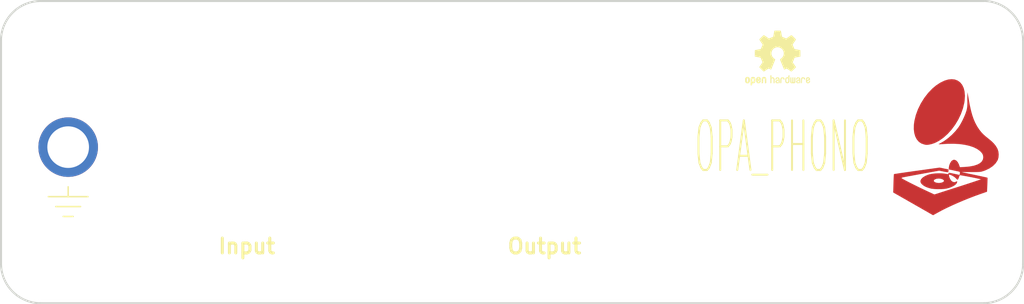
<source format=kicad_pcb>
(kicad_pcb (version 20211014) (generator pcbnew)
  (layers (0 "F.Cu" signal) (31 "B.Cu" signal) (34 "B.Paste" user) (35 "F.Paste" user) (36 "B.SilkS" user "B.Silkscreen") (37 "F.SilkS" user "F.Silkscreen") (38 "B.Mask" user) (39 "F.Mask" user) (44 "Edge.Cuts" user))
  (net 0 "")
  (footprint "" (layer "F.Cu") (at 103.672365 83.400535)
    (fp_text reference "" (at 0 0) (layer "F.SilkS") (effects (font (size 1.27 1.27))))
    (fp_text value "" (at 0 0) (layer "F.SilkS") (effects (font (size 1.27 1.27))))
    (pad "" np_thru_hole circle locked (at 0 0 180) (size 6 6) (drill 4.2) (layers F&B.Cu *.Mask))
  )
  (footprint "" (layer "F.Cu") (at 171.907465 93.450239)
    (fp_text reference "" (at 0 0) (layer "F.SilkS") (effects (font (size 1.27 1.27))))
    (fp_text value "" (at 0 0) (layer "F.SilkS") (effects (font (size 1.27 1.27))))
    (pad "" np_thru_hole oval locked (at 0 0 180) (size 10.45 4.16) (drill oval 10.45 4.16) (layers F&B.Cu *.Mask))
  )
  (footprint "LOGO" (layer "F.Cu") (at 192.172365 83.400535)
    (fp_text reference "G***" hide)
    (fp_text value "LOGO" hide)
    (fp_poly (pts (xy 0.865723 -6.826086) (xy 1.153071 -6.716385) (xy 1.399097 -6.53721) (xy 1.599178 -6.291405) (xy 1.748694 -5.981809) (xy 1.843026 -5.611267) (xy 1.87755 -5.182618) (xy 1.847648 -4.698706) (xy 1.815448 -4.483581) (xy 1.680237 -3.912165) (xy 1.478104 -3.345769) (xy 1.216626 -2.794988) (xy 0.903382 -2.270419) (xy 0.545951 -1.782659) (xy 0.15191 -1.342305) (xy -0.271162 -0.959952) (xy -0.715687 -0.646198) (xy -1.061394 -0.460982) (xy -1.261587 -0.379845) (xy -1.477508 -0.309901) (xy -1.663282 -0.265963) (xy -1.667503 -0.265267) (xy -1.826603 -0.24002) (xy -1.932184 -0.228142) (xy -2.017283 -0.229599) (xy -2.114937 -0.244358) (xy -2.219154 -0.264702) (xy -2.516197 -0.365036) (xy -2.768158 -0.536229) (xy -2.972669 -0.772674) (xy -3.127358 -1.068764) (xy -3.229856 -1.418893) (xy -3.277792 -1.817452) (xy -3.268798 -2.258836) (xy -3.220112 -2.632798) (xy -3.075881 -3.229641) (xy -2.856798 -3.825848) (xy -2.571604 -4.407054) (xy -2.229038 -4.958899) (xy -1.837843 -5.46702) (xy -1.406757 -5.917053) (xy -1.029138 -6.233031) (xy -0.604486 -6.513323) (xy -0.198053 -6.709933) (xy 0.18554 -6.825702) (xy 0.541672 -6.863472)) (layer "F.Cu") (width 0) (fill solid))
    (fp_poly (pts (xy 2.142495 -5.482225) (xy 2.166107 -5.356142) (xy 2.199373 -5.173153) (xy 2.23962 -4.947948) (xy 2.278136 -4.729655) (xy 2.38638 -4.15762) (xy 2.49842 -3.660793) (xy 2.618262 -3.226794) (xy 2.749909 -2.843245) (xy 2.897366 -2.497768) (xy 3.064637 -2.177983) (xy 3.149626 -2.035635) (xy 3.336837 -1.753338) (xy 3.528691 -1.509737) (xy 3.744936 -1.283599) (xy 4.005319 -1.053693) (xy 4.227518 -0.876759) (xy 4.546614 -0.613903) (xy 4.796655 -0.368339) (xy 4.990299 -0.125834) (xy 5.140209 0.127846) (xy 5.163232 0.175172) (xy 5.250048 0.441489) (xy 5.282879 0.737912) (xy 5.261533 1.033092) (xy 5.185819 1.295678) (xy 5.170298 1.329223) (xy 4.972747 1.635222) (xy 4.698441 1.90935) (xy 4.354035 2.146454) (xy 3.946185 2.341382) (xy 3.788104 2.399225) (xy 3.670359 2.438121) (xy 3.567371 2.467396) (xy 3.464226 2.488357) (xy 3.346009 2.502311) (xy 3.197808 2.510566) (xy 3.004709 2.514429) (xy 2.751797 2.515208) (xy 2.47431 2.514404) (xy 2.197641 2.513906) (xy 1.955935 2.514556) (xy 1.760944 2.516232) (xy 1.624422 2.518812) (xy 1.558122 2.522173) (xy 1.554655 2.524016) (xy 1.607165 2.536059) (xy 1.734367 2.563645) (xy 1.925218 2.604426) (xy 2.16867 2.656054) (xy 2.453677 2.716182) (xy 2.769193 2.78246) (xy 2.866151 2.802775) (xy 3.186971 2.870384) (xy 3.479069 2.932771) (xy 3.731697 2.987572) (xy 3.93411 3.032427) (xy 4.07556 3.064974) (xy 4.1453 3.082852) (xy 4.150669 3.085037) (xy 4.154498 3.13224) (xy 4.154224 3.251816) (xy 4.150154 3.428664) (xy 4.142596 3.647682) (xy 4.136091 3.802535) (xy 4.104699 4.503218) (xy 3.50847 4.709011) (xy 2.939037 4.913313) (xy 2.344985 5.140687) (xy 1.742434 5.384164) (xy 1.147501 5.636773) (xy 0.576306 5.891542) (xy 0.044968 6.141501) (xy -0.430396 6.37968) (xy -0.741695 6.547063) (xy -0.944266 6.659958) (xy -1.117069 6.755921) (xy -1.246983 6.827692) (xy -1.320881 6.86801) (xy -1.332902 6.874145) (xy -1.370294 6.852805) (xy -1.476702 6.791998) (xy -1.64511 6.695735) (xy -1.868502 6.568027) (xy -2.139862 6.412884) (xy -2.452174 6.234319) (xy -2.798421 6.036342) (xy -3.171588 5.822964) (xy -3.343651 5.724576) (xy -5.351613 4.576379) (xy -5.325282 3.660366) (xy -5.316469 3.386223) (xy -5.306867 3.142827) (xy -5.297143 2.943389) (xy -5.287965 2.801117) (xy -5.28 2.729221) (xy -5.27794 2.723342) (xy -5.231794 2.713447) (xy -5.106978 2.692782) (xy -4.911584 2.662539) (xy -4.653707 2.623913) (xy -4.34144 2.578098) (xy -3.982878 2.526286) (xy -3.586115 2.469672) (xy -3.159244 2.40945) (xy -2.967861 2.38266) (xy -0.678793 2.062988) (xy -0.229914 2.155724) (xy 0.218966 2.24846) (xy 0.218966 2.39423) (xy 0.216476 2.465414) (xy 0.199756 2.510649) (xy 0.154932 2.531473) (xy 0.068127 2.529425) (xy -0.074534 2.506046) (xy -0.286926 2.462873) (xy -0.326122 2.454687) (xy -0.717934 2.372827) (xy -2.231122 2.652167) (xy -2.604825 2.721161) (xy -2.969232 2.788453) (xy -3.310813 2.851544) (xy -3.616037 2.907933) (xy -3.871373 2.955121) (xy -4.063292 2.990609) (xy -4.150535 3.006757) (xy -4.34158 3.044761) (xy -4.456979 3.075336) (xy -4.507911 3.102594) (xy -4.505554 3.130644) (xy -4.50088 3.135575) (xy -4.434128 3.181195) (xy -4.298475 3.259182) (xy -4.104136 3.364331) (xy -3.861325 3.491435) (xy -3.580259 3.635286) (xy -3.271152 3.790677) (xy -2.944219 3.952402) (xy -2.609675 4.115253) (xy -2.277736 4.274023) (xy -2.14056 4.338705) (xy -1.20431 4.778098) (xy 1.14866 4.023082) (xy 1.582452 3.883483) (xy 1.989734 3.751629) (xy 2.363141 3.629957) (xy 2.695311 3.520905) (xy 2.978878 3.426911) (xy 3.20648 3.350412) (xy 3.370752 3.293844) (xy 3.46433 3.259646) (xy 3.483762 3.250199) (xy 3.433072 3.232483) (xy 3.311771 3.202439) (xy 3.134141 3.16285) (xy 2.914466 3.1165) (xy 2.667028 3.066171) (xy 2.406109 3.014648) (xy 2.145992 2.964713) (xy 1.90096 2.919151) (xy 1.685296 2.880744) (xy 1.513282 2.852275) (xy 1.399201 2.836529) (xy 1.357531 2.83584) (xy 1.328464 2.89498) (xy 1.287229 3.003168) (xy 1.273377 3.043621) (xy 1.214843 3.201039) (xy 1.16359 3.278912) (xy 1.107332 3.28307) (xy 1.033786 3.219342) (xy 0.996012 3.175223) (xy 0.851716 3.04145) (xy 0.654715 2.91298) (xy 0.438527 2.810494) (xy 0.361293 2.783583) (xy 0.28709 2.77423) (xy 0.264314 2.825543) (xy 0.26372 2.854549) (xy 0.29021 2.986644) (xy 0.356409 3.149434) (xy 0.445388 3.306802) (xy 0.521461 3.404384) (xy 0.672177 3.510705) (xy 0.83447 3.535725) (xy 0.971935 3.490466) (xy 1.056098 3.44634) (xy 1.08908 3.452817) (xy 1.094826 3.515469) (xy 1.094828 3.519068) (xy 1.053305 3.648462) (xy 0.936487 3.781275) (xy 0.755996 3.910136) (xy 0.523455 4.027674) (xy 0.250486 4.126518) (xy 0.057045 4.177214) (xy -0.203291 4.218075) (xy -0.517857 4.240646) (xy -0.855208 4.244824) (xy -1.183898 4.230508) (xy -1.472481 4.197596) (xy -1.554655 4.182408) (xy -1.858816 4.098968) (xy -2.124518 3.987158) (xy -2.342079 3.854211) (xy -2.501816 3.70736) (xy -2.594046 3.553836) (xy -2.609088 3.400873) (xy -2.608083 3.39555) (xy -2.597081 3.371098) (xy -1.257927 3.371098) (xy -1.247123 3.449156) (xy -1.176308 3.516957) (xy -1.05926 3.570337) (xy -0.909756 3.60513) (xy -0.741574 3.617173) (xy -0.568491 3.6023) (xy -0.404283 3.556347) (xy -0.363623 3.538249) (xy -0.256452 3.465632) (xy -0.234241 3.389689) (xy -0.284671 3.31262) (xy -0.420657 3.229593) (xy -0.606988 3.182875) (xy -0.813925 3.173303) (xy -1.011731 3.201718) (xy -1.170667 3.268956) (xy -1.194944 3.286949) (xy -1.257927 3.371098) (xy -2.597081 3.371098) (xy -2.531369 3.225048) (xy -2.376217 3.063986) (xy -2.151726 2.918824) (xy -1.866994 2.796022) (xy -1.68365 2.739164) (xy -1.429384 2.688631) (xy -1.120479 2.655522) (xy -0.788355 2.640989) (xy -0.464433 2.646181) (xy -0.180135 2.672252) (xy -0.120431 2.681897) (xy 0.049076 2.711008) (xy 0.150169 2.722508) (xy 0.200425 2.715434) (xy 0.217421 2.688823) (xy 0.218966 2.663287) (xy 0.220535 2.624486) (xy 0.234081 2.600281) (xy 0.272862 2.591339) (xy 0.350135 2.598328) (xy 0.479157 2.621916) (xy 0.673186 2.662771) (xy 0.81442 2.693276) (xy 1.012805 2.735934) (xy 1.177114 2.770823) (xy 1.29009 2.794308) (xy 1.334402 2.802759) (xy 1.347837 2.764335) (xy 1.363402 2.669721) (xy 1.366054 2.648149) (xy 1.369388 2.540165) (xy 1.337834 2.48886) (xy 1.294207 2.473011) (xy 1.216068 2.455881) (xy 1.073858 2.425339) (xy 0.889215 2.386014) (xy 0.722586 2.350728) (xy 0.240862 2.248974) (xy 0.253575 2.057417) (xy 0.297963 1.825463) (xy 0.390967 1.596399) (xy 0.516273 1.408441) (xy 0.542586 1.380329) (xy 0.685358 1.286806) (xy 0.8361 1.274176) (xy 0.985298 1.337509) (xy 1.123435 1.471878) (xy 1.240993 1.672352) (xy 1.276751 1.760598) (xy 1.37378 2.026709) (xy 1.888392 1.997626) (xy 2.373147 1.95099) (xy 2.787165 1.870537) (xy 3.128309 1.757383) (xy 3.39444 1.612648) (xy 3.58342 1.437448) (xy 3.693111 1.232903) (xy 3.722414 1.038694) (xy 3.704921 0.849154) (xy 3.643955 0.688073) (xy 3.526786 0.530363) (xy 3.401003 0.4053) (xy 3.117346 0.195761) (xy 2.759712 0.017911) (xy 2.33642 -0.126543) (xy 1.855785 -0.235893) (xy 1.326128 -0.308435) (xy 0.755764 -0.342461) (xy 0.153012 -0.336265) (xy -0.131829 -0.319513) (xy -0.357492 -0.303826) (xy -0.549937 -0.292321) (xy -0.693337 -0.285796) (xy -0.771865 -0.285054) (xy -0.781682 -0.286647) (xy -0.754411 -0.311834) (xy -0.6681 -0.363217) (xy -0.562717 -0.418761) (xy -0.18942 -0.638924) (xy 0.194232 -0.922873) (xy 0.568012 -1.25232) (xy 0.911694 -1.608979) (xy 1.205051 -1.974561) (xy 1.283055 -2.087516) (xy 1.455921 -2.372555) (xy 1.630481 -2.702503) (xy 1.792998 -3.048227) (xy 1.929735 -3.380595) (xy 2.023037 -3.656724) (xy 2.060366 -3.795641) (xy 2.087186 -3.925422) (xy 2.105105 -4.064635) (xy 2.115732 -4.231851) (xy 2.120674 -4.44564) (xy 2.121539 -4.724572) (xy 2.121356 -4.792226) (xy 2.121176 -5.040034) (xy 2.122265 -5.25121) (xy 2.124451 -5.412848) (xy 2.127563 -5.512041) (xy 2.131213 -5.536709)) (layer "F.Cu") (width 0) (fill solid))
  )
  (footprint "Symbol:OSHW-Logo2_7.3x6mm_SilkScreen" (layer "F.Cu") (at 175.172365 74.400535)
    (fp_text reference "REF**" hide)
    (fp_text value "OSHW-Logo2_7.3x6mm_SilkScreen" hide)
    (fp_poly (pts (xy 0.10391 -2.757652) (xy 0.182454 -2.757222) (xy 0.239298 -2.756058) (xy 0.278105 -2.753793) (xy 0.302538 -2.75006) (xy 0.316262 -2.744494) (xy 0.32294 -2.736727) (xy 0.326236 -2.726395) (xy 0.326556 -2.725057) (xy 0.331562 -2.700921) (xy 0.340829 -2.653299) (xy 0.353392 -2.587259) (xy 0.368287 -2.507872) (xy 0.384551 -2.420204) (xy 0.385119 -2.417125) (xy 0.40141 -2.331211) (xy 0.416652 -2.255304) (xy 0.429861 -2.193955) (xy 0.440054 -2.151718) (xy 0.446248 -2.133145) (xy 0.446543 -2.132816) (xy 0.464788 -2.123747) (xy 0.502405 -2.108633) (xy 0.551271 -2.090738) (xy 0.551543 -2.090642) (xy 0.613093 -2.067507) (xy 0.685657 -2.038035) (xy 0.754057 -2.008403) (xy 0.757294 -2.006938) (xy 0.868702 -1.956374) (xy 1.115399 -2.12484) (xy 1.191077 -2.176197) (xy 1.259631 -2.222111) (xy 1.317088 -2.25997) (xy 1.359476 -2.287163) (xy 1.382825 -2.301079) (xy 1.385042 -2.302111) (xy 1.40201 -2.297516) (xy 1.433701 -2.275345) (xy 1.481352 -2.234553) (xy 1.546198 -2.174095) (xy 1.612397 -2.109773) (xy 1.676214 -2.046388) (xy 1.733329 -1.988549) (xy 1.780305 -1.939825) (xy 1.813703 -1.90379) (xy 1.830085 -1.884016) (xy 1.830694 -1.882998) (xy 1.832505 -1.869428) (xy 1.825683 -1.847267) (xy 1.80854 -1.813522) (xy 1.779393 -1.7652) (xy 1.736555 -1.699308) (xy 1.679448 -1.614483) (xy 1.628766 -1.539823) (xy 1.583461 -1.47286) (xy 1.54615 -1.417484) (xy 1.519452 -1.37758) (xy 1.505985 -1.357038) (xy 1.505137 -1.355644) (xy 1.506781 -1.335962) (xy 1.519245 -1.297707) (xy 1.540048 -1.248111) (xy 1.547462 -1.232272) (xy 1.579814 -1.16171) (xy 1.614328 -1.081647) (xy 1.642365 -1.012371) (xy 1.662568 -0.960955) (xy 1.678615 -0.921881) (xy 1.687888 -0.901459) (xy 1.689041 -0.899886) (xy 1.706096 -0.897279) (xy 1.746298 -0.890137) (xy 1.804302 -0.879477) (xy 1.874763 -0.866315) (xy 1.952335 -0.851667) (xy 2.031672 -0.836551) (xy 2.107431 -0.821982) (xy 2.174264 -0.808978) (xy 2.226828 -0.798555) (xy 2.259776 -0.79173) (xy 2.267857 -0.789801) (xy 2.276205 -0.785038) (xy 2.282506 -0.774282) (xy 2.287045 -0.753902) (xy 2.290104 -0.720266) (xy 2.291967 -0.669745) (xy 2.292918 -0.598708) (xy 2.29324 -0.503524) (xy 2.293257 -0.464508) (xy 2.293257 -0.147201) (xy 2.217057 -0.132161) (xy 2.174663 -0.124005) (xy 2.1114 -0.112101) (xy 2.034962 -0.097884) (xy 1.953043 -0.08279) (xy 1.9304 -0.078645) (xy 1.854806 -0.063947) (xy 1.788953 -0.049495) (xy 1.738366 -0.036625) (xy 1.708574 -0.026678) (xy 1.703612 -0.023713) (xy 1.691426 -0.002717) (xy 1.673953 0.037967) (xy 1.654577 0.090322) (xy 1.650734 0.1016) (xy 1.625339 0.171523) (xy 1.593817 0.250418) (xy 1.562969 0.321266) (xy 1.562817 0.321595) (xy 1.511447 0.432733) (xy 1.680399 0.681253) (xy 1.849352 0.929772) (xy 1.632429 1.147058) (xy 1.566819 1.211726) (xy 1.506979 1.268733) (xy 1.456267 1.315033) (xy 1.418046 1.347584) (xy 1.395675 1.363343) (xy 1.392466 1.364343) (xy 1.373626 1.356469) (xy 1.33518 1.334578) (xy 1.28133 1.301267) (xy 1.216276 1.259131) (xy 1.14594 1.211943) (xy 1.074555 1.16381) (xy 1.010908 1.121928) (xy 0.959041 1.088871) (xy 0.922995 1.067218) (xy 0.906867 1.059543) (xy 0.887189 1.066037) (xy 0.849875 1.08315) (xy 0.802621 1.107326) (xy 0.797612 1.110013) (xy 0.733977 1.141927) (xy 0.690341 1.157579) (xy 0.663202 1.157745) (xy 0.649057 1.143204) (xy 0.648975 1.143) (xy 0.641905 1.125779) (xy 0.625042 1.084899) (xy 0.599695 1.023525) (xy 0.567171 0.944819) (xy 0.528778 0.851947) (xy 0.485822 0.748072) (xy 0.444222 0.647502) (xy 0.398504 0.536516) (xy 0.356526 0.433703) (xy 0.319548 0.342215) (xy 0.288827 0.265201) (xy 0.265622 0.205815) (xy 0.25119 0.167209) (xy 0.246743 0.1528) (xy 0.257896 0.136272) (xy 0.287069 0.10993) (xy 0.325971 0.080887) (xy 0.436757 -0.010961) (xy 0.523351 -0.116241) (xy 0.584716 -0.232734) (xy 0.619815 -0.358224) (xy 0.627608 -0.490493) (xy 0.621943 -0.551543) (xy 0.591078 -0.678205) (xy 0.53792 -0.790059) (xy 0.465767 -0.885999) (xy 0.377917 -0.964924) (xy 0.277665 -1.02573) (xy 0.16831 -1.067313) (xy 0.053147 -1.088572) (xy -0.064525 -1.088401) (xy -0.18141 -1.065699) (xy -0.294211 -1.019362) (xy -0.399631 -0.948287) (xy -0.443632 -0.908089) (xy -0.528021 -0.804871) (xy -0.586778 -0.692075) (xy -0.620296 -0.57299) (xy -0.628965 -0.450905) (xy -0.613177 -0.329107) (xy -0.573322 -0.210884) (xy -0.509793 -0.099525) (xy -0.422979 0.001684) (xy -0.325971 0.080887) (xy -0.285563 0.111162) (xy -0.257018 0.137219) (xy -0.246743 0.152825) (xy -0.252123 0.169843) (xy -0.267425 0.2105) (xy -0.291388 0.271642) (xy -0.322756 0.350119) (xy -0.360268 0.44278) (xy -0.402667 0.546472) (xy -0.444337 0.647526) (xy -0.49031 0.758607) (xy -0.532893 0.861541) (xy -0.570779 0.953165) (xy -0.60266 1.030316) (xy -0.627229 1.089831) (xy -0.64318 1.128544) (xy -0.64909 1.143) (xy -0.663052 1.157685) (xy -0.69006 1.157642) (xy -0.733587 1.142099) (xy -0.79711 1.110284) (xy -0.797612 1.110013) (xy -0.84544 1.085323) (xy -0.884103 1.067338) (xy -0.905905 1.059614) (xy -0.906867 1.059543) (xy -0.923279 1.067378) (xy -0.959513 1.089165) (xy -1.011526 1.122328) (xy -1.075275 1.164291) (xy -1.14594 1.211943) (xy -1.217884 1.260191) (xy -1.282726 1.302151) (xy -1.336265 1.335227) (xy -1.374303 1.356821) (xy -1.392467 1.364343) (xy -1.409192 1.354457) (xy -1.44282 1.326826) (xy -1.48999 1.284495) (xy -1.547342 1.230505) (xy -1.611516 1.167899) (xy -1.632503 1.146983) (xy -1.849501 0.929623) (xy -1.684332 0.68722) (xy -1.634136 0.612781) (xy -1.590081 0.545972) (xy -1.554638 0.490665) (xy -1.530281 0.450729) (xy -1.519478 0.430036) (xy -1.519162 0.428563) (xy -1.524857 0.409058) (xy -1.540174 0.369822) (xy -1.562463 0.31743) (xy -1.578107 0.282355) (xy -1.607359 0.215201) (xy -1.634906 0.147358) (xy -1.656263 0.090034) (xy -1.662065 0.072572) (xy -1.678548 0.025938) (xy -1.69466 -0.010095) (xy -1.70351 -0.023713) (xy -1.72304 -0.032048) (xy -1.765666 -0.043863) (xy -1.825855 -0.057819) (xy -1.898078 -0.072578) (xy -1.9304 -0.078645) (xy -2.012478 -0.093727) (xy -2.091205 -0.108331) (xy -2.158891 -0.12102) (xy -2.20784 -0.130358) (xy -2.217057 -0.132161) (xy -2.293257 -0.147201) (xy -2.293257 -0.464508) (xy -2.293086 -0.568846) (xy -2.292384 -0.647787) (xy -2.290866 -0.704962) (xy -2.288251 -0.744001) (xy -2.284254 -0.768535) (xy -2.278591 -0.782195) (xy -2.27098 -0.788611) (xy -2.267857 -0.789801) (xy -2.249022 -0.79402) (xy -2.207412 -0.802438) (xy -2.14837 -0.814039) (xy -2.077243 -0.827805) (xy -1.999375 -0.84272) (xy -1.920113 -0.857768) (xy -1.844802 -0.871931) (xy -1.778787 -0.884194) (xy -1.727413 -0.893539) (xy -1.696025 -0.89895) (xy -1.689041 -0.899886) (xy -1.682715 -0.912404) (xy -1.66871 -0.945754) (xy -1.649645 -0.993623) (xy -1.642366 -1.012371) (xy -1.613004 -1.084805) (xy -1.578429 -1.16483) (xy -1.547463 -1.232272) (xy -1.524677 -1.283841) (xy -1.509518 -1.326215) (xy -1.504458 -1.352166) (xy -1.505264 -1.355644) (xy -1.515959 -1.372064) (xy -1.54038 -1.408583) (xy -1.575905 -1.461313) (xy -1.619913 -1.526365) (xy -1.669783 -1.599849) (xy -1.679644 -1.614355) (xy -1.737508 -1.700296) (xy -1.780044 -1.765739) (xy -1.808946 -1.813696) (xy -1.82591 -1.84718) (xy -1.832633 -1.869205) (xy -1.83081 -1.882783) (xy -1.830764 -1.882869) (xy -1.816414 -1.900703) (xy -1.784677 -1.935183) (xy -1.73899 -1.982732) (xy -1.682796 -2.039778) (xy -1.619532 -2.102745) (xy -1.612398 -2.109773) (xy -1.53267 -2.18698) (xy -1.471143 -2.24367) (xy -1.426579 -2.28089) (xy -1.397743 -2.299685) (xy -1.385042 -2.302111) (xy -1.366506 -2.291529) (xy -1.328039 -2.267084) (xy -1.273614 -2.231388) (xy -1.207202 -2.187053) (xy -1.132775 -2.136689) (xy -1.115399 -2.12484) (xy -0.868703 -1.956374) (xy -0.757294 -2.006938) (xy -0.689543 -2.036405) (xy -0.616817 -2.066041) (xy -0.554297 -2.08967) (xy -0.551543 -2.090642) (xy -0.50264 -2.108543) (xy -0.464943 -2.12368) (xy -0.446575 -2.13279) (xy -0.446544 -2.132816) (xy -0.440715 -2.149283) (xy -0.430808 -2.189781) (xy -0.417805 -2.249758) (xy -0.402691 -2.32466) (xy -0.386448 -2.409936) (xy -0.385119 -2.417125) (xy -0.368825 -2.504986) (xy -0.353867 -2.58474) (xy -0.341209 -2.651319) (xy -0.331814 -2.699653) (xy -0.326646 -2.724675) (xy -0.326556 -2.725057) (xy -0.323411 -2.735701) (xy -0.317296 -2.743738) (xy -0.304547 -2.749533) (xy -0.2815 -2.753453) (xy -0.244491 -2.755865) (xy -0.189856 -2.757135) (xy -0.113933 -2.757629) (xy -0.013056 -2.757714) (xy 0 -2.757714) (xy 0.10391 -2.757652)) (layer "F.SilkS") (width 0.01) (fill solid))
    (fp_poly (pts (xy 3.153595 1.966966) (xy 3.211021 2.004497) (xy 3.238719 2.038096) (xy 3.260662 2.099064) (xy 3.262405 2.147308) (xy 3.258457 2.211816) (xy 3.109686 2.276934) (xy 3.037349 2.310202) (xy 2.990084 2.336964) (xy 2.965507 2.360144) (xy 2.961237 2.382667) (xy 2.974889 2.407455) (xy 2.989943 2.423886) (xy 3.033746 2.450235) (xy 3.081389 2.452081) (xy 3.125145 2.431546) (xy 3.157289 2.390752) (xy 3.163038 2.376347) (xy 3.190576 2.331356) (xy 3.222258 2.312182) (xy 3.265714 2.295779) (xy 3.265714 2.357966) (xy 3.261872 2.400283) (xy 3.246823 2.435969) (xy 3.21528 2.476943) (xy 3.210592 2.482267) (xy 3.175506 2.51872) (xy 3.145347 2.538283) (xy 3.107615 2.547283) (xy 3.076335 2.55023) (xy 3.020385 2.550965) (xy 2.980555 2.54166) (xy 2.955708 2.527846) (xy 2.916656 2.497467) (xy 2.889625 2.464613) (xy 2.872517 2.423294) (xy 2.863238 2.367521) (xy 2.859693 2.291305) (xy 2.85941 2.252622) (xy 2.860372 2.206247) (xy 2.948007 2.206247) (xy 2.949023 2.231126) (xy 2.951556 2.2352) (xy 2.968274 2.229665) (xy 3.004249 2.215017) (xy 3.052331 2.19419) (xy 3.062386 2.189714) (xy 3.123152 2.158814) (xy 3.156632 2.131657) (xy 3.16399 2.10622) (xy 3.146391 2.080481) (xy 3.131856 2.069109) (xy 3.07941 2.046364) (xy 3.030322 2.050122) (xy 2.989227 2.077884) (xy 2.960758 2.127152) (xy 2.951631 2.166257) (xy 2.948007 2.206247) (xy 2.860372 2.206247) (xy 2.861285 2.162249) (xy 2.868196 2.095384) (xy 2.881884 2.046695) (xy 2.904096 2.010849) (xy 2.936574 1.982513) (xy 2.950733 1.973355) (xy 3.015053 1.949507) (xy 3.085473 1.948006) (xy 3.153595 1.966966)) (layer "F.SilkS") (width 0.01) (fill solid))
    (fp_poly (pts (xy -1.831697 1.931239) (xy -1.774473 1.969735) (xy -1.730251 2.025335) (xy -1.703833 2.096086) (xy -1.69849 2.148162) (xy -1.699097 2.169893) (xy -1.704178 2.186531) (xy -1.718145 2.201437) (xy -1.745411 2.217973) (xy -1.790388 2.239498) (xy -1.857489 2.269374) (xy -1.857829 2.269524) (xy -1.919593 2.297813) (xy -1.970241 2.322933) (xy -2.004596 2.342179) (xy -2.017482 2.352848) (xy -2.017486 2.352934) (xy -2.006128 2.376166) (xy -1.979569 2.401774) (xy -1.949077 2.420221) (xy -1.93363 2.423886) (xy -1.891485 2.411212) (xy -1.855192 2.379471) (xy -1.837483 2.344572) (xy -1.820448 2.318845) (xy -1.787078 2.289546) (xy -1.747851 2.264235) (xy -1.713244 2.250471) (xy -1.706007 2.249714) (xy -1.697861 2.26216) (xy -1.69737 2.293972) (xy -1.703357 2.336866) (xy -1.714643 2.382558) (xy -1.73005 2.422761) (xy -1.730829 2.424322) (xy -1.777196 2.489062) (xy -1.837289 2.533097) (xy -1.905535 2.554711) (xy -1.976362 2.552185) (xy -2.044196 2.523804) (xy -2.047212 2.521808) (xy -2.100573 2.473448) (xy -2.13566 2.410352) (xy -2.155078 2.327387) (xy -2.157684 2.304078) (xy -2.162299 2.194055) (xy -2.156767 2.142748) (xy -2.017486 2.142748) (xy -2.015676 2.174753) (xy -2.005778 2.184093) (xy -1.981102 2.177105) (xy -1.942205 2.160587) (xy -1.898725 2.139881) (xy -1.897644 2.139333) (xy -1.860791 2.119949) (xy -1.846 2.107013) (xy -1.849647 2.093451) (xy -1.865005 2.075632) (xy -1.904077 2.049845) (xy -1.946154 2.04795) (xy -1.983897 2.066717) (xy -2.009966 2.102915) (xy -2.017486 2.142748) (xy -2.156767 2.142748) (xy -2.152806 2.106027) (xy -2.12845 2.036212) (xy -2.094544 1.987302) (xy -2.033347 1.937878) (xy -1.965937 1.913359) (xy -1.89712 1.911797) (xy -1.831697 1.931239)) (layer "F.SilkS") (width 0.01) (fill solid))
    (fp_poly (pts (xy 2.6526 1.958752) (xy 2.669948 1.966334) (xy 2.711356 1.999128) (xy 2.746765 2.046547) (xy 2.768664 2.097151) (xy 2.772229 2.122098) (xy 2.760279 2.156927) (xy 2.734067 2.175357) (xy 2.705964 2.186516) (xy 2.693095 2.188572) (xy 2.686829 2.173649) (xy 2.674456 2.141175) (xy 2.669028 2.126502) (xy 2.63859 2.075744) (xy 2.59452 2.050427) (xy 2.53801 2.051206) (xy 2.533825 2.052203) (xy 2.503655 2.066507) (xy 2.481476 2.094393) (xy 2.466327 2.139287) (xy 2.45725 2.204615) (xy 2.453286 2.293804) (xy 2.452914 2.341261) (xy 2.45273 2.416071) (xy 2.451522 2.467069) (xy 2.448309 2.499471) (xy 2.442109 2.518495) (xy 2.43194 2.529356) (xy 2.416819 2.537272) (xy 2.415946 2.53767) (xy 2.386828 2.549981) (xy 2.372403 2.554514) (xy 2.370186 2.540809) (xy 2.368289 2.502925) (xy 2.366847 2.445715) (xy 2.365998 2.374027) (xy 2.365829 2.321565) (xy 2.366692 2.220047) (xy 2.37007 2.143032) (xy 2.377142 2.086023) (xy 2.389088 2.044526) (xy 2.40709 2.014043) (xy 2.432327 1.99008) (xy 2.457247 1.973355) (xy 2.517171 1.951097) (xy 2.586911 1.946076) (xy 2.6526 1.958752)) (layer "F.SilkS") (width 0.01) (fill solid))
    (fp_poly (pts (xy -2.958885 1.921962) (xy -2.890855 1.957733) (xy -2.840649 2.015301) (xy -2.822815 2.052312) (xy -2.808937 2.107882) (xy -2.801833 2.178096) (xy -2.80116 2.254727) (xy -2.806573 2.329552) (xy -2.81773 2.394342) (xy -2.834286 2.440873) (xy -2.839374 2.448887) (xy -2.899645 2.508707) (xy -2.971231 2.544535) (xy -3.048908 2.55502) (xy -3.127452 2.53881) (xy -3.149311 2.529092) (xy -3.191878 2.499143) (xy -3.229237 2.459433) (xy -3.232768 2.454397) (xy -3.247119 2.430124) (xy -3.256606 2.404178) (xy -3.26221 2.370022) (xy -3.264914 2.321119) (xy -3.265701 2.250935) (xy -3.265714 2.2352) (xy -3.265678 2.230192) (xy -3.120571 2.230192) (xy -3.119727 2.29643) (xy -3.116404 2.340386) (xy -3.109417 2.368779) (xy -3.097584 2.388325) (xy -3.091543 2.394857) (xy -3.056814 2.41968) (xy -3.023097 2.418548) (xy -2.989005 2.397016) (xy -2.968671 2.374029) (xy -2.956629 2.340478) (xy -2.949866 2.287569) (xy -2.949402 2.281399) (xy -2.948248 2.185513) (xy -2.960312 2.114299) (xy -2.98543 2.068194) (xy -3.02344 2.047635) (xy -3.037008 2.046514) (xy -3.072636 2.052152) (xy -3.097006 2.071686) (xy -3.111907 2.109042) (xy -3.119125 2.16815) (xy -3.120571 2.230192) (xy -3.265678 2.230192) (xy -3.265174 2.160413) (xy -3.262904 2.108159) (xy -3.257932 2.071949) (xy -3.249287 2.045299) (xy -3.235995 2.021722) (xy -3.233057 2.017338) (xy -3.183687 1.958249) (xy -3.129891 1.923947) (xy -3.064398 1.910331) (xy -3.042158 1.909665) (xy -2.958885 1.921962)) (layer "F.SilkS") (width 0.01) (fill solid))
    (fp_poly (pts (xy 2.144876 1.956335) (xy 2.186667 1.975344) (xy 2.219469 1.998378) (xy 2.243503 2.024133) (xy 2.260097 2.057358) (xy 2.270577 2.1028) (xy 2.276271 2.165207) (xy 2.278507 2.249327) (xy 2.278743 2.304721) (xy 2.278743 2.520826) (xy 2.241774 2.53767) (xy 2.212656 2.549981) (xy 2.198231 2.554514) (xy 2.195472 2.541025) (xy 2.193282 2.504653) (xy 2.191942 2.451542) (xy 2.191657 2.409372) (xy 2.190434 2.348447) (xy 2.187136 2.300115) (xy 2.182321 2.270518) (xy 2.178496 2.264229) (xy 2.152783 2.270652) (xy 2.112418 2.287125) (xy 2.065679 2.309458) (xy 2.020845 2.333457) (xy 1.986193 2.35493) (xy 1.970002 2.369685) (xy 1.969938 2.369845) (xy 1.97133 2.397152) (xy 1.983818 2.423219) (xy 2.005743 2.444392) (xy 2.037743 2.451474) (xy 2.065092 2.450649) (xy 2.103826 2.450042) (xy 2.124158 2.459116) (xy 2.136369 2.483092) (xy 2.137909 2.487613) (xy 2.143203 2.521806) (xy 2.129047 2.542568) (xy 2.092148 2.552462) (xy 2.052289 2.554292) (xy 1.980562 2.540727) (xy 1.943432 2.521355) (xy 1.897576 2.475845) (xy 1.873256 2.419983) (xy 1.871073 2.360957) (xy 1.891629 2.305953) (xy 1.922549 2.271486) (xy 1.95342 2.252189) (xy 2.001942 2.227759) (xy 2.058485 2.202985) (xy 2.06791 2.199199) (xy 2.130019 2.171791) (xy 2.165822 2.147634) (xy 2.177337 2.123619) (xy 2.16658 2.096635) (xy 2.148114 2.075543) (xy 2.104469 2.049572) (xy 2.056446 2.047624) (xy 2.012406 2.067637) (xy 1.980709 2.107551) (xy 1.976549 2.117848) (xy 1.952327 2.155724) (xy 1.916965 2.183842) (xy 1.872343 2.206917) (xy 1.872343 2.141485) (xy 1.874969 2.101506) (xy 1.88623 2.069997) (xy 1.911199 2.036378) (xy 1.935169 2.010484) (xy 1.972441 1.973817) (xy 2.001401 1.954121) (xy 2.032505 1.94622) (xy 2.067713 1.944914) (xy 2.144876 1.956335)) (layer "F.SilkS") (width 0.01) (fill solid))
    (fp_poly (pts (xy -1.283907 1.92778) (xy -1.237328 1.954723) (xy -1.204943 1.981466) (xy -1.181258 2.009484) (xy -1.164941 2.043748) (xy -1.154661 2.089227) (xy -1.149086 2.150892) (xy -1.146884 2.233711) (xy -1.146629 2.293246) (xy -1.146629 2.512391) (xy -1.208314 2.540044) (xy -1.27 2.567697) (xy -1.277257 2.32767) (xy -1.280256 2.238028) (xy -1.283402 2.172962) (xy -1.287299 2.128026) (xy -1.292553 2.09877) (xy -1.299769 2.080748) (xy -1.30955 2.069511) (xy -1.312688 2.067079) (xy -1.360239 2.048083) (xy -1.408303 2.0556) (xy -1.436914 2.075543) (xy -1.448553 2.089675) (xy -1.456609 2.10822) (xy -1.461729 2.136334) (xy -1.464559 2.179173) (xy -1.465744 2.241895) (xy -1.465943 2.307261) (xy -1.465982 2.389268) (xy -1.467386 2.447316) (xy -1.472086 2.486465) (xy -1.482013 2.51178) (xy -1.499097 2.528323) (xy -1.525268 2.541156) (xy -1.560225 2.554491) (xy -1.598404 2.569007) (xy -1.593859 2.311389) (xy -1.592029 2.218519) (xy -1.589888 2.149889) (xy -1.586819 2.100711) (xy -1.582206 2.066198) (xy -1.575432 2.041562) (xy -1.565881 2.022016) (xy -1.554366 2.00477) (xy -1.49881 1.94968) (xy -1.43102 1.917822) (xy -1.357287 1.910191) (xy -1.283907 1.92778)) (layer "F.SilkS") (width 0.01) (fill solid))
    (fp_poly (pts (xy 0.529926 1.949755) (xy 0.595858 1.974084) (xy 0.649273 2.017117) (xy 0.670164 2.047409) (xy 0.692939 2.102994) (xy 0.692466 2.143186) (xy 0.668562 2.170217) (xy 0.659717 2.174813) (xy 0.62153 2.189144) (xy 0.602028 2.185472) (xy 0.595422 2.161407) (xy 0.595086 2.148114) (xy 0.582992 2.09921) (xy 0.551471 2.064999) (xy 0.507659 2.048476) (xy 0.458695 2.052634) (xy 0.418894 2.074227) (xy 0.40545 2.086544) (xy 0.395921 2.101487) (xy 0.389485 2.124075) (xy 0.385317 2.159328) (xy 0.382597 2.212266) (xy 0.380502 2.287907) (xy 0.37996 2.311857) (xy 0.377981 2.39379) (xy 0.375731 2.451455) (xy 0.372357 2.489608) (xy 0.367006 2.513004) (xy 0.358824 2.526398) (xy 0.346959 2.534545) (xy 0.339362 2.538144) (xy 0.307102 2.550452) (xy 0.288111 2.554514) (xy 0.281836 2.540948) (xy 0.278006 2.499934) (xy 0.2766 2.430999) (xy 0.277598 2.333669) (xy 0.277908 2.318657) (xy 0.280101 2.229859) (xy 0.282693 2.165019) (xy 0.286382 2.119067) (xy 0.291864 2.086935) (xy 0.299835 2.063553) (xy 0.310993 2.043852) (xy 0.31683 2.03541) (xy 0.350296 1.998057) (xy 0.387727 1.969003) (xy 0.392309 1.966467) (xy 0.459426 1.946443) (xy 0.529926 1.949755)) (layer "F.SilkS") (width 0.01) (fill solid))
    (fp_poly (pts (xy -0.624114 1.851289) (xy -0.619861 1.910613) (xy -0.614975 1.945572) (xy -0.608205 1.96082) (xy -0.598298 1.961015) (xy -0.595086 1.959195) (xy -0.552356 1.946015) (xy -0.496773 1.946785) (xy -0.440263 1.960333) (xy -0.404918 1.977861) (xy -0.368679 2.005861) (xy -0.342187 2.037549) (xy -0.324001 2.077813) (xy -0.312678 2.131543) (xy -0.306778 2.203626) (xy -0.304857 2.298951) (xy -0.304823 2.317237) (xy -0.3048 2.522646) (xy -0.350509 2.53858) (xy -0.382973 2.54942) (xy -0.400785 2.554468) (xy -0.401309 2.554514) (xy -0.403063 2.540828) (xy -0.404556 2.503076) (xy -0.405674 2.446224) (xy -0.406303 2.375234) (xy -0.4064 2.332073) (xy -0.406602 2.246973) (xy -0.407642 2.185981) (xy -0.410169 2.144177) (xy -0.414836 2.116642) (xy -0.422293 2.098456) (xy -0.433189 2.084698) (xy -0.439993 2.078073) (xy -0.486728 2.051375) (xy -0.537728 2.049375) (xy -0.583999 2.071955) (xy -0.592556 2.080107) (xy -0.605107 2.095436) (xy -0.613812 2.113618) (xy -0.619369 2.139909) (xy -0.622474 2.179562) (xy -0.623824 2.237832) (xy -0.624114 2.318173) (xy -0.624114 2.522646) (xy -0.669823 2.53858) (xy -0.702287 2.54942) (xy -0.720099 2.554468) (xy -0.720623 2.554514) (xy -0.721963 2.540623) (xy -0.723172 2.501439) (xy -0.724199 2.4407) (xy -0.724998 2.362141) (xy -0.725519 2.269498) (xy -0.725714 2.166509) (xy -0.725714 1.769342) (xy -0.678543 1.749444) (xy -0.631371 1.729547) (xy -0.624114 1.851289)) (layer "F.SilkS") (width 0.01) (fill solid))
    (fp_poly (pts (xy 0.039744 1.950968) (xy 0.096616 1.972087) (xy 0.097267 1.972493) (xy 0.13244 1.99838) (xy 0.158407 2.028633) (xy 0.17667 2.068058) (xy 0.188732 2.121462) (xy 0.196096 2.193651) (xy 0.200264 2.289432) (xy 0.200629 2.303078) (xy 0.205876 2.508842) (xy 0.161716 2.531678) (xy 0.129763 2.54711) (xy 0.11047 2.554423) (xy 0.109578 2.554514) (xy 0.106239 2.541022) (xy 0.103587 2.504626) (xy 0.101956 2.451452) (xy 0.1016 2.408393) (xy 0.101592 2.338641) (xy 0.098403 2.294837) (xy 0.087288 2.273944) (xy 0.063501 2.272925) (xy 0.022296 2.288741) (xy -0.039914 2.317815) (xy -0.085659 2.341963) (xy -0.109187 2.362913) (xy -0.116104 2.385747) (xy -0.116114 2.386877) (xy -0.104701 2.426212) (xy -0.070908 2.447462) (xy -0.019191 2.450539) (xy 0.018061 2.450006) (xy 0.037703 2.460735) (xy 0.049952 2.486505) (xy 0.057002 2.519337) (xy 0.046842 2.537966) (xy 0.043017 2.540632) (xy 0.007001 2.55134) (xy -0.043434 2.552856) (xy -0.095374 2.545759) (xy -0.132178 2.532788) (xy -0.183062 2.489585) (xy -0.211986 2.429446) (xy -0.217714 2.382462) (xy -0.213343 2.340082) (xy -0.197525 2.305488) (xy -0.166203 2.274763) (xy -0.115322 2.24399) (xy -0.040824 2.209252) (xy -0.036286 2.207288) (xy 0.030821 2.176287) (xy 0.072232 2.150862) (xy 0.089981 2.128014) (xy 0.086107 2.104745) (xy 0.062643 2.078056) (xy 0.055627 2.071914) (xy 0.00863 2.0481) (xy -0.040067 2.049103) (xy -0.082478 2.072451) (xy -0.110616 2.115675) (xy -0.113231 2.12416) (xy -0.138692 2.165308) (xy -0.170999 2.185128) (xy -0.217714 2.20477) (xy -0.217714 2.15395) (xy -0.203504 2.080082) (xy -0.161325 2.012327) (xy -0.139376 1.989661) (xy -0.089483 1.960569) (xy -0.026033 1.9474) (xy 0.039744 1.950968)) (layer "F.SilkS") (width 0.01) (fill solid))
    (fp_poly (pts (xy -2.400256 1.919918) (xy -2.344799 1.947568) (xy -2.295852 1.99848) (xy -2.282371 2.017338) (xy -2.267686 2.042015) (xy -2.258158 2.068816) (xy -2.252707 2.104587) (xy -2.250253 2.156169) (xy -2.249714 2.224267) (xy -2.252148 2.317588) (xy -2.260606 2.387657) (xy -2.276826 2.439931) (xy -2.302546 2.479869) (xy -2.339503 2.512929) (xy -2.342218 2.514886) (xy -2.37864 2.534908) (xy -2.422498 2.544815) (xy -2.478276 2.547257) (xy -2.568952 2.547257) (xy -2.56899 2.635283) (xy -2.569834 2.684308) (xy -2.574976 2.713065) (xy -2.588413 2.730311) (xy -2.614142 2.744808) (xy -2.620321 2.747769) (xy -2.649236 2.761648) (xy -2.671624 2.770414) (xy -2.688271 2.771171) (xy -2.699964 2.761023) (xy -2.70749 2.737073) (xy -2.711634 2.696426) (xy -2.713185 2.636186) (xy -2.712929 2.553455) (xy -2.711651 2.445339) (xy -2.711252 2.413) (xy -2.709815 2.301524) (xy -2.708528 2.228603) (xy -2.569029 2.228603) (xy -2.568245 2.290499) (xy -2.56476 2.330997) (xy -2.556876 2.357708) (xy -2.542895 2.378244) (xy -2.533403 2.38826) (xy -2.494596 2.417567) (xy -2.460237 2.419952) (xy -2.424784 2.39575) (xy -2.423886 2.394857) (xy -2.409461 2.376153) (xy -2.400687 2.350732) (xy -2.396261 2.311584) (xy -2.394882 2.251697) (xy -2.394857 2.23843) (xy -2.398188 2.155901) (xy -2.409031 2.098691) (xy -2.42866 2.063766) (xy -2.45835 2.048094) (xy -2.475509 2.046514) (xy -2.516234 2.053926) (xy -2.544168 2.07833) (xy -2.560983 2.12298) (xy -2.56835 2.19113) (xy -2.569029 2.228603) (xy -2.708528 2.228603) (xy -2.708292 2.215245) (xy -2.706323 2.150333) (xy -2.70355 2.102958) (xy -2.699612 2.06929) (xy -2.694151 2.045498) (xy -2.686808 2.027753) (xy -2.677223 2.012224) (xy -2.673113 2.006381) (xy -2.618595 1.951185) (xy -2.549664 1.91989) (xy -2.469928 1.911165) (xy -2.400256 1.919918)) (layer "F.SilkS") (width 0.01) (fill solid))
    (fp_poly (pts (xy 1.190117 2.065358) (xy 1.189933 2.173837) (xy 1.189219 2.257287) (xy 1.187675 2.319704) (xy 1.185001 2.365085) (xy 1.180894 2.397429) (xy 1.175055 2.420733) (xy 1.167182 2.438995) (xy 1.161221 2.449418) (xy 1.111855 2.505945) (xy 1.049264 2.541377) (xy 0.980013 2.55409) (xy 0.910668 2.542463) (xy 0.869375 2.521568) (xy 0.826025 2.485422) (xy 0.796481 2.441276) (xy 0.778655 2.383462) (xy 0.770463 2.306313) (xy 0.769302 2.249714) (xy 0.769458 2.245647) (xy 0.870857 2.245647) (xy 0.871476 2.31055) (xy 0.874314 2.353514) (xy 0.88084 2.381622) (xy 0.892523 2.401953) (xy 0.906483 2.417288) (xy 0.953365 2.44689) (xy 1.003701 2.449419) (xy 1.051276 2.424705) (xy 1.054979 2.421356) (xy 1.070783 2.403935) (xy 1.080693 2.383209) (xy 1.086058 2.352362) (xy 1.088228 2.304577) (xy 1.088571 2.251748) (xy 1.087827 2.185381) (xy 1.084748 2.141106) (xy 1.078061 2.112009) (xy 1.066496 2.091173) (xy 1.057013 2.080107) (xy 1.01296 2.052198) (xy 0.962224 2.048843) (xy 0.913796 2.070159) (xy 0.90445 2.078073) (xy 0.88854 2.095647) (xy 0.87861 2.116587) (xy 0.873278 2.147782) (xy 0.871163 2.196122) (xy 0.870857 2.245647) (xy 0.769458 2.245647) (xy 0.77281 2.158568) (xy 0.784726 2.090086) (xy 0.807135 2.0386) (xy 0.842124 1.998443) (xy 0.869375 1.977861) (xy 0.918907 1.955625) (xy 0.976316 1.945304) (xy 1.029682 1.948067) (xy 1.059543 1.959212) (xy 1.071261 1.962383) (xy 1.079037 1.950557) (xy 1.084465 1.918866) (xy 1.088571 1.870593) (xy 1.093067 1.816829) (xy 1.099313 1.784482) (xy 1.110676 1.765985) (xy 1.130528 1.75377) (xy 1.143 1.748362) (xy 1.190171 1.728601) (xy 1.190117 2.065358)) (layer "F.SilkS") (width 0.01) (fill solid))
    (fp_poly (pts (xy 1.779833 1.958663) (xy 1.782048 1.99685) (xy 1.783784 2.054886) (xy 1.784899 2.12818) (xy 1.785257 2.205055) (xy 1.785257 2.465196) (xy 1.739326 2.511127) (xy 1.707675 2.539429) (xy 1.67989 2.550893) (xy 1.641915 2.550168) (xy 1.62684 2.548321) (xy 1.579726 2.542948) (xy 1.540756 2.539869) (xy 1.531257 2.539585) (xy 1.499233 2.541445) (xy 1.453432 2.546114) (xy 1.435674 2.548321) (xy 1.392057 2.551735) (xy 1.362745 2.54432) (xy 1.33368 2.521427) (xy 1.323188 2.511127) (xy 1.277257 2.465196) (xy 1.277257 1.978602) (xy 1.314226 1.961758) (xy 1.346059 1.949282) (xy 1.364683 1.944914) (xy 1.369458 1.958718) (xy 1.373921 1.997286) (xy 1.377775 2.056356) (xy 1.380722 2.131663) (xy 1.382143 2.195286) (xy 1.386114 2.445657) (xy 1.420759 2.450556) (xy 1.452268 2.447131) (xy 1.467708 2.436041) (xy 1.472023 2.415308) (xy 1.475708 2.371145) (xy 1.478469 2.309146) (xy 1.480012 2.234909) (xy 1.480235 2.196706) (xy 1.480457 1.976783) (xy 1.526166 1.960849) (xy 1.558518 1.950015) (xy 1.576115 1.944962) (xy 1.576623 1.944914) (xy 1.578388 1.958648) (xy 1.580329 1.99673) (xy 1.582282 2.054482) (xy 1.584084 2.127227) (xy 1.585343 2.195286) (xy 1.589314 2.445657) (xy 1.6764 2.445657) (xy 1.680396 2.21724) (xy 1.684392 1.988822) (xy 1.726847 1.966868) (xy 1.758192 1.951793) (xy 1.776744 1.944951) (xy 1.777279 1.944914) (xy 1.779833 1.958663)) (layer "F.SilkS") (width 0.01) (fill solid))
  )
  (footprint "" (layer "B.Cu") (at 114.672365 83.400535 180)
    (fp_text reference "" (at 0 0) (layer "B.SilkS") (effects (font (size 1.27 1.27)) (justify mirror)))
    (fp_text value "" (at 0 0) (layer "B.SilkS") (effects (font (size 1.27 1.27)) (justify mirror)))
    (pad "" np_thru_hole circle locked (at 0 0 180) (size 11.5 11.5) (drill 11.5) (layers F&B.Cu *.Mask))
  )
  (footprint "" (layer "B.Cu") (at 151.657365 76.402835 180)
    (fp_text reference "" (at 0 0) (layer "B.SilkS") (effects (font (size 1.27 1.27)) (justify mirror)))
    (fp_text value "" (at 0 0) (layer "B.SilkS") (effects (font (size 1.27 1.27)) (justify mirror)))
    (pad "" np_thru_hole circle locked (at 0 0 180) (size 4.2 4.2) (drill 4.2) (layers F&B.Cu *.Mask))
  )
  (footprint "" (layer "B.Cu") (at 144.672365 83.400535 180)
    (fp_text reference "" (at 0 0) (layer "B.SilkS") (effects (font (size 1.27 1.27)) (justify mirror)))
    (fp_text value "" (at 0 0) (layer "B.SilkS") (effects (font (size 1.27 1.27)) (justify mirror)))
    (pad "" np_thru_hole circle locked (at 0 0 180) (size 11.5 11.5) (drill 11.5) (layers F&B.Cu *.Mask))
  )
  (footprint "" (layer "B.Cu") (at 128.667765 83.400535 180)
    (fp_text reference "" (at 0 0) (layer "B.SilkS") (effects (font (size 1.27 1.27)) (justify mirror)))
    (fp_text value "" (at 0 0) (layer "B.SilkS") (effects (font (size 1.27 1.27)) (justify mirror)))
    (pad "" np_thru_hole circle locked (at 0 0 180) (size 11.5 11.5) (drill 11.5) (layers F&B.Cu *.Mask))
  )
  (footprint "" (layer "B.Cu") (at 158.667765 83.400535 180)
    (fp_text reference "" (at 0 0) (layer "B.SilkS") (effects (font (size 1.27 1.27)) (justify mirror)))
    (fp_text value "" (at 0 0) (layer "B.SilkS") (effects (font (size 1.27 1.27)) (justify mirror)))
    (pad "" np_thru_hole circle locked (at 0 0 180) (size 11.5 11.5) (drill 11.5) (layers F&B.Cu *.Mask))
  )
  (footprint "" (layer "B.Cu") (at 121.657365 76.402835 180)
    (fp_text reference "" (at 0 0) (layer "B.SilkS") (effects (font (size 1.27 1.27)) (justify mirror)))
    (fp_text value "" (at 0 0) (layer "B.SilkS") (effects (font (size 1.27 1.27)) (justify mirror)))
    (pad "" np_thru_hole circle locked (at 0 0 180) (size 4.2 4.2) (drill 4.2) (layers F&B.Cu *.Mask))
  )
  (footprint "" (layer "B.Cu") (at 195.917465 95.164535 180)
    (fp_text reference "" (at 0 0) (layer "B.SilkS") (effects (font (size 1.27 1.27)) (justify mirror)))
    (fp_text value "" (at 0 0) (layer "B.SilkS") (effects (font (size 1.27 1.27)) (justify mirror)))
    (pad "" np_thru_hole circle locked (at 0 0 180) (size 4.5 4.5) (drill 4.5) (layers F&B.Cu *.Mask))
  )
  (footprint "" (layer "B.Cu") (at 100.897465 72.640535 180)
    (fp_text reference "" (at 0 0) (layer "B.SilkS") (effects (font (size 1.27 1.27)) (justify mirror)))
    (fp_text value "" (at 0 0) (layer "B.SilkS") (effects (font (size 1.27 1.27)) (justify mirror)))
    (pad "" np_thru_hole circle locked (at 0 0 180) (size 4.5 4.5) (drill 4.5) (layers F&B.Cu *.Mask))
  )
  (footprint "" (layer "B.Cu") (at 100.897465 95.164535 180)
    (fp_text reference "" (at 0 0) (layer "B.SilkS") (effects (font (size 1.27 1.27)) (justify mirror)))
    (fp_text value "" (at 0 0) (layer "B.SilkS") (effects (font (size 1.27 1.27)) (justify mirror)))
    (pad "" np_thru_hole circle locked (at 0 0 180) (size 4.5 4.5) (drill 4.5) (layers F&B.Cu *.Mask))
  )
  (footprint "" (layer "B.Cu") (at 195.917465 72.640535 180)
    (fp_text reference "" (at 0 0) (layer "B.SilkS") (effects (font (size 1.27 1.27)) (justify mirror)))
    (fp_text value "" (at 0 0) (layer "B.SilkS") (effects (font (size 1.27 1.27)) (justify mirror)))
    (pad "" np_thru_hole circle locked (at 0 0 180) (size 4.5 4.5) (drill 4.5) (layers F&B.Cu *.Mask))
  )
  (gr_line (start 105.672365 88.400535) (end 101.672365 88.400535) (layer "F.SilkS") (width 0.15))
  (gr_line (start 104.172365 90.400535) (end 103.172365 90.400535) (layer "F.SilkS") (width 0.15))
  (gr_line (start 104.922365 89.400535) (end 102.422365 89.400535) (layer "F.SilkS") (width 0.15))
  (gr_line (start 103.672365 88.400535) (end 103.672365 87.400535) (layer "F.SilkS") (width 0.15))
  (gr_arc locked (start 199.912385 95.217615) (mid 198.739329 97.982992) (end 195.972465 99.152534) (layer "Edge.Cuts") (width 0.2))
  (gr_line locked (start 199.907465 72.587535) (end 199.907465 95.217535) (layer "Edge.Cuts") (width 0.2))
  (gr_line locked (start 96.907465 95.217535) (end 96.907465 72.587535) (layer "Edge.Cuts") (width 0.2))
  (gr_line locked (start 100.842465 68.652535) (end 195.972465 68.652535) (layer "Edge.Cuts") (width 0.2))
  (gr_arc locked (start 100.842384 99.157455) (mid 98.077009 97.984397) (end 96.907465 95.217535) (layer "Edge.Cuts") (width 0.2))
  (gr_arc locked (start 195.972546 68.647615) (mid 198.737921 69.820673) (end 199.907465 72.587535) (layer "Edge.Cuts") (width 0.2))
  (gr_arc locked (start 96.902545 72.587454) (mid 98.075603 69.822079) (end 100.842465 68.652535) (layer "Edge.Cuts") (width 0.2))
  (gr_line locked (start 195.972465 99.152535) (end 100.842465 99.152535) (layer "Edge.Cuts") (width 0.2))
  (gr_text "Input" (at 121.672365 93.400535) (layer "F.SilkS") (effects (font (size 1.5 1.5) (thickness 0.3))))
  (gr_text "OPA_PHONO" (at 175.672365 83.400535) (layer "F.SilkS") (effects (font (size 5 2) (thickness 0.2))))
  (gr_text "Output" (at 151.672365 93.400535) (layer "F.SilkS") (effects (font (size 1.5 1.5) (thickness 0.3))))
)
</source>
